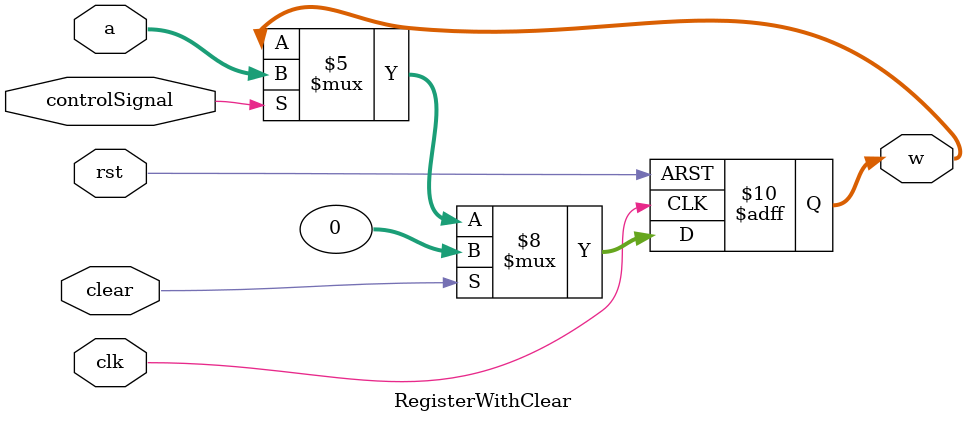
<source format=v>
module RegisterWithClear(clk, rst, controlSignal, clear, a, w);
  input [31:0] a;
  input clk, rst, controlSignal, clear;
  output reg [31:0] w;

  always @(posedge clk, posedge rst)
  begin
    if(rst == 1'b1)
      w <= 32'b0;
    else if(clear == 1'b1)
      w <= 32'b0;
    else if(controlSignal == 1'b1)
      w <= a;
  end
endmodule


</source>
